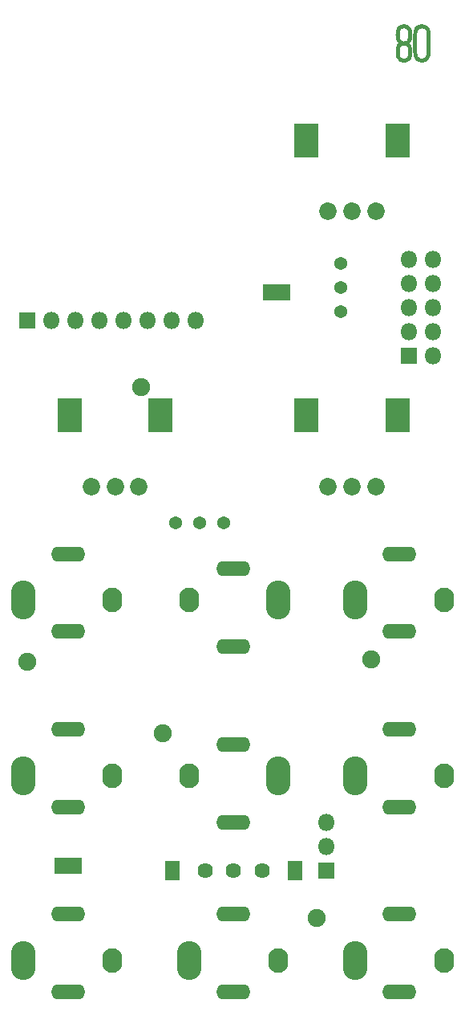
<source format=gts>
G04 #@! TF.FileFunction,Soldermask,Top*
%FSLAX46Y46*%
G04 Gerber Fmt 4.6, Leading zero omitted, Abs format (unit mm)*
G04 Created by KiCad (PCBNEW 4.0.2-stable) date 2019-03-28 2:43:53 PM*
%MOMM*%
G01*
G04 APERTURE LIST*
%ADD10C,0.200000*%
%ADD11C,0.010000*%
%ADD12R,1.800000X1.800000*%
%ADD13O,1.800000X1.800000*%
%ADD14O,2.600000X4.100000*%
%ADD15O,2.100000X2.600000*%
%ADD16O,3.600000X1.600000*%
%ADD17C,1.624000*%
%ADD18R,1.600000X2.100000*%
%ADD19R,2.900000X1.700000*%
%ADD20C,1.900000*%
%ADD21C,1.370000*%
%ADD22R,2.600000X3.600000*%
%ADD23C,1.850000*%
G04 APERTURE END LIST*
D10*
D11*
G36*
X134052528Y-39047199D02*
X134162340Y-39062043D01*
X134265105Y-39088060D01*
X134357269Y-39125305D01*
X134358524Y-39125935D01*
X134449825Y-39180600D01*
X134529712Y-39247128D01*
X134598430Y-39326004D01*
X134656225Y-39417710D01*
X134703343Y-39522730D01*
X134740032Y-39641547D01*
X134766536Y-39774646D01*
X134783102Y-39922509D01*
X134785918Y-39965284D01*
X134789195Y-40066929D01*
X134788210Y-40174115D01*
X134783231Y-40280877D01*
X134774528Y-40381252D01*
X134763419Y-40463101D01*
X134750257Y-40527333D01*
X134731843Y-40597076D01*
X134709973Y-40666693D01*
X134686442Y-40730549D01*
X134663044Y-40783010D01*
X134659148Y-40790502D01*
X134636707Y-40828643D01*
X134608698Y-40870669D01*
X134578428Y-40912131D01*
X134549201Y-40948584D01*
X134524324Y-40975583D01*
X134516083Y-40982940D01*
X134491679Y-41002647D01*
X134531319Y-41044413D01*
X134603481Y-41133535D01*
X134663961Y-41236526D01*
X134712750Y-41353361D01*
X134749837Y-41484018D01*
X134764447Y-41557139D01*
X134775997Y-41642313D01*
X134783805Y-41740171D01*
X134787870Y-41845785D01*
X134788193Y-41954227D01*
X134784774Y-42060569D01*
X134777613Y-42159884D01*
X134766711Y-42247244D01*
X134764399Y-42261051D01*
X134733958Y-42395825D01*
X134692321Y-42516348D01*
X134639433Y-42622687D01*
X134575238Y-42714911D01*
X134499682Y-42793087D01*
X134412709Y-42857282D01*
X134314264Y-42907566D01*
X134210464Y-42942406D01*
X134161932Y-42951909D01*
X134100275Y-42959111D01*
X134030382Y-42963881D01*
X133957140Y-42966084D01*
X133885438Y-42965587D01*
X133820165Y-42962258D01*
X133766208Y-42955964D01*
X133759070Y-42954695D01*
X133644854Y-42925891D01*
X133542477Y-42884594D01*
X133451646Y-42830441D01*
X133372074Y-42763073D01*
X133303468Y-42682127D01*
X133245539Y-42587241D01*
X133197997Y-42478055D01*
X133160552Y-42354206D01*
X133132913Y-42215333D01*
X133125834Y-42165679D01*
X133121405Y-42118572D01*
X133118203Y-42057908D01*
X133116229Y-41988091D01*
X133116052Y-41970338D01*
X133462994Y-41970338D01*
X133464663Y-42044368D01*
X133468255Y-42109776D01*
X133473859Y-42162746D01*
X133474297Y-42165679D01*
X133496218Y-42275545D01*
X133526362Y-42369488D01*
X133565321Y-42448044D01*
X133613685Y-42511750D01*
X133672048Y-42561142D01*
X133740999Y-42596757D01*
X133821131Y-42619131D01*
X133913035Y-42628800D01*
X133984406Y-42628309D01*
X134040397Y-42623751D01*
X134093325Y-42615836D01*
X134134085Y-42606149D01*
X134204481Y-42578111D01*
X134263284Y-42540266D01*
X134311995Y-42490912D01*
X134352115Y-42428346D01*
X134385145Y-42350866D01*
X134399855Y-42304674D01*
X134415384Y-42243188D01*
X134426978Y-42178073D01*
X134434992Y-42105938D01*
X134439778Y-42023394D01*
X134441690Y-41927048D01*
X134441760Y-41902369D01*
X134438698Y-41768556D01*
X134429185Y-41650926D01*
X134412799Y-41548550D01*
X134389119Y-41460502D01*
X134357722Y-41385851D01*
X134318186Y-41323669D01*
X134270090Y-41273029D01*
X134213012Y-41233001D01*
X134146530Y-41202657D01*
X134119750Y-41193784D01*
X134069437Y-41183303D01*
X134007598Y-41177562D01*
X133940205Y-41176501D01*
X133873229Y-41180061D01*
X133812640Y-41188181D01*
X133774915Y-41197249D01*
X133701770Y-41227769D01*
X133639131Y-41271192D01*
X133586409Y-41328264D01*
X133543015Y-41399726D01*
X133508360Y-41486324D01*
X133488396Y-41558854D01*
X133480389Y-41604459D01*
X133473774Y-41664344D01*
X133468638Y-41734690D01*
X133465070Y-41811683D01*
X133463159Y-41891505D01*
X133462994Y-41970338D01*
X133116052Y-41970338D01*
X133115484Y-41913529D01*
X133115969Y-41838630D01*
X133117685Y-41767798D01*
X133120632Y-41705442D01*
X133124813Y-41655968D01*
X133125718Y-41648607D01*
X133150250Y-41504562D01*
X133184094Y-41375862D01*
X133227373Y-41262207D01*
X133280209Y-41163301D01*
X133342724Y-41078844D01*
X133371790Y-41047714D01*
X133410293Y-41009250D01*
X133369972Y-40966072D01*
X133305646Y-40887761D01*
X133251375Y-40800779D01*
X133206665Y-40703714D01*
X133171021Y-40595158D01*
X133143952Y-40473701D01*
X133124962Y-40337932D01*
X133116829Y-40242999D01*
X133113970Y-40164923D01*
X133462486Y-40164923D01*
X133463701Y-40237316D01*
X133466821Y-40300963D01*
X133470926Y-40344282D01*
X133488539Y-40447939D01*
X133513592Y-40540351D01*
X133545426Y-40619597D01*
X133583383Y-40683757D01*
X133590458Y-40693103D01*
X133633743Y-40735681D01*
X133690749Y-40772936D01*
X133757347Y-40802776D01*
X133829406Y-40823113D01*
X133856679Y-40827818D01*
X133910740Y-40832035D01*
X133973929Y-40831650D01*
X134038502Y-40827086D01*
X134096715Y-40818763D01*
X134120417Y-40813481D01*
X134193147Y-40787839D01*
X134254544Y-40751077D01*
X134305824Y-40701865D01*
X134348207Y-40638874D01*
X134382911Y-40560775D01*
X134399894Y-40508396D01*
X134415415Y-40446919D01*
X134427003Y-40381776D01*
X134435010Y-40309580D01*
X134439789Y-40226949D01*
X134441692Y-40130496D01*
X134441760Y-40106226D01*
X134440721Y-40012517D01*
X134437326Y-39932985D01*
X134431208Y-39863775D01*
X134422002Y-39801032D01*
X134409340Y-39740899D01*
X134405567Y-39725725D01*
X134376062Y-39634474D01*
X134337679Y-39558527D01*
X134289568Y-39497241D01*
X134230878Y-39449975D01*
X134160758Y-39416087D01*
X134078359Y-39394934D01*
X133982828Y-39385876D01*
X133954643Y-39385420D01*
X133882977Y-39387438D01*
X133823536Y-39394412D01*
X133770833Y-39407377D01*
X133719380Y-39427364D01*
X133710727Y-39431363D01*
X133648545Y-39470609D01*
X133594397Y-39525629D01*
X133548771Y-39595700D01*
X133512152Y-39680098D01*
X133488660Y-39761750D01*
X133480898Y-39806050D01*
X133474340Y-39864624D01*
X133469103Y-39933634D01*
X133465304Y-40009246D01*
X133463059Y-40087621D01*
X133462486Y-40164923D01*
X133113970Y-40164923D01*
X133112510Y-40125085D01*
X133114833Y-40004565D01*
X133123398Y-39885382D01*
X133137804Y-39771481D01*
X133157650Y-39666807D01*
X133182536Y-39575304D01*
X133185582Y-39566160D01*
X133212708Y-39496259D01*
X133245776Y-39426473D01*
X133281417Y-39363514D01*
X133304332Y-39329481D01*
X133344155Y-39282236D01*
X133394108Y-39233347D01*
X133448474Y-39187821D01*
X133501535Y-39150665D01*
X133522182Y-39138693D01*
X133613908Y-39098480D01*
X133716360Y-39069170D01*
X133825983Y-39050817D01*
X133939224Y-39043476D01*
X134052528Y-39047199D01*
X134052528Y-39047199D01*
G37*
X134052528Y-39047199D02*
X134162340Y-39062043D01*
X134265105Y-39088060D01*
X134357269Y-39125305D01*
X134358524Y-39125935D01*
X134449825Y-39180600D01*
X134529712Y-39247128D01*
X134598430Y-39326004D01*
X134656225Y-39417710D01*
X134703343Y-39522730D01*
X134740032Y-39641547D01*
X134766536Y-39774646D01*
X134783102Y-39922509D01*
X134785918Y-39965284D01*
X134789195Y-40066929D01*
X134788210Y-40174115D01*
X134783231Y-40280877D01*
X134774528Y-40381252D01*
X134763419Y-40463101D01*
X134750257Y-40527333D01*
X134731843Y-40597076D01*
X134709973Y-40666693D01*
X134686442Y-40730549D01*
X134663044Y-40783010D01*
X134659148Y-40790502D01*
X134636707Y-40828643D01*
X134608698Y-40870669D01*
X134578428Y-40912131D01*
X134549201Y-40948584D01*
X134524324Y-40975583D01*
X134516083Y-40982940D01*
X134491679Y-41002647D01*
X134531319Y-41044413D01*
X134603481Y-41133535D01*
X134663961Y-41236526D01*
X134712750Y-41353361D01*
X134749837Y-41484018D01*
X134764447Y-41557139D01*
X134775997Y-41642313D01*
X134783805Y-41740171D01*
X134787870Y-41845785D01*
X134788193Y-41954227D01*
X134784774Y-42060569D01*
X134777613Y-42159884D01*
X134766711Y-42247244D01*
X134764399Y-42261051D01*
X134733958Y-42395825D01*
X134692321Y-42516348D01*
X134639433Y-42622687D01*
X134575238Y-42714911D01*
X134499682Y-42793087D01*
X134412709Y-42857282D01*
X134314264Y-42907566D01*
X134210464Y-42942406D01*
X134161932Y-42951909D01*
X134100275Y-42959111D01*
X134030382Y-42963881D01*
X133957140Y-42966084D01*
X133885438Y-42965587D01*
X133820165Y-42962258D01*
X133766208Y-42955964D01*
X133759070Y-42954695D01*
X133644854Y-42925891D01*
X133542477Y-42884594D01*
X133451646Y-42830441D01*
X133372074Y-42763073D01*
X133303468Y-42682127D01*
X133245539Y-42587241D01*
X133197997Y-42478055D01*
X133160552Y-42354206D01*
X133132913Y-42215333D01*
X133125834Y-42165679D01*
X133121405Y-42118572D01*
X133118203Y-42057908D01*
X133116229Y-41988091D01*
X133116052Y-41970338D01*
X133462994Y-41970338D01*
X133464663Y-42044368D01*
X133468255Y-42109776D01*
X133473859Y-42162746D01*
X133474297Y-42165679D01*
X133496218Y-42275545D01*
X133526362Y-42369488D01*
X133565321Y-42448044D01*
X133613685Y-42511750D01*
X133672048Y-42561142D01*
X133740999Y-42596757D01*
X133821131Y-42619131D01*
X133913035Y-42628800D01*
X133984406Y-42628309D01*
X134040397Y-42623751D01*
X134093325Y-42615836D01*
X134134085Y-42606149D01*
X134204481Y-42578111D01*
X134263284Y-42540266D01*
X134311995Y-42490912D01*
X134352115Y-42428346D01*
X134385145Y-42350866D01*
X134399855Y-42304674D01*
X134415384Y-42243188D01*
X134426978Y-42178073D01*
X134434992Y-42105938D01*
X134439778Y-42023394D01*
X134441690Y-41927048D01*
X134441760Y-41902369D01*
X134438698Y-41768556D01*
X134429185Y-41650926D01*
X134412799Y-41548550D01*
X134389119Y-41460502D01*
X134357722Y-41385851D01*
X134318186Y-41323669D01*
X134270090Y-41273029D01*
X134213012Y-41233001D01*
X134146530Y-41202657D01*
X134119750Y-41193784D01*
X134069437Y-41183303D01*
X134007598Y-41177562D01*
X133940205Y-41176501D01*
X133873229Y-41180061D01*
X133812640Y-41188181D01*
X133774915Y-41197249D01*
X133701770Y-41227769D01*
X133639131Y-41271192D01*
X133586409Y-41328264D01*
X133543015Y-41399726D01*
X133508360Y-41486324D01*
X133488396Y-41558854D01*
X133480389Y-41604459D01*
X133473774Y-41664344D01*
X133468638Y-41734690D01*
X133465070Y-41811683D01*
X133463159Y-41891505D01*
X133462994Y-41970338D01*
X133116052Y-41970338D01*
X133115484Y-41913529D01*
X133115969Y-41838630D01*
X133117685Y-41767798D01*
X133120632Y-41705442D01*
X133124813Y-41655968D01*
X133125718Y-41648607D01*
X133150250Y-41504562D01*
X133184094Y-41375862D01*
X133227373Y-41262207D01*
X133280209Y-41163301D01*
X133342724Y-41078844D01*
X133371790Y-41047714D01*
X133410293Y-41009250D01*
X133369972Y-40966072D01*
X133305646Y-40887761D01*
X133251375Y-40800779D01*
X133206665Y-40703714D01*
X133171021Y-40595158D01*
X133143952Y-40473701D01*
X133124962Y-40337932D01*
X133116829Y-40242999D01*
X133113970Y-40164923D01*
X133462486Y-40164923D01*
X133463701Y-40237316D01*
X133466821Y-40300963D01*
X133470926Y-40344282D01*
X133488539Y-40447939D01*
X133513592Y-40540351D01*
X133545426Y-40619597D01*
X133583383Y-40683757D01*
X133590458Y-40693103D01*
X133633743Y-40735681D01*
X133690749Y-40772936D01*
X133757347Y-40802776D01*
X133829406Y-40823113D01*
X133856679Y-40827818D01*
X133910740Y-40832035D01*
X133973929Y-40831650D01*
X134038502Y-40827086D01*
X134096715Y-40818763D01*
X134120417Y-40813481D01*
X134193147Y-40787839D01*
X134254544Y-40751077D01*
X134305824Y-40701865D01*
X134348207Y-40638874D01*
X134382911Y-40560775D01*
X134399894Y-40508396D01*
X134415415Y-40446919D01*
X134427003Y-40381776D01*
X134435010Y-40309580D01*
X134439789Y-40226949D01*
X134441692Y-40130496D01*
X134441760Y-40106226D01*
X134440721Y-40012517D01*
X134437326Y-39932985D01*
X134431208Y-39863775D01*
X134422002Y-39801032D01*
X134409340Y-39740899D01*
X134405567Y-39725725D01*
X134376062Y-39634474D01*
X134337679Y-39558527D01*
X134289568Y-39497241D01*
X134230878Y-39449975D01*
X134160758Y-39416087D01*
X134078359Y-39394934D01*
X133982828Y-39385876D01*
X133954643Y-39385420D01*
X133882977Y-39387438D01*
X133823536Y-39394412D01*
X133770833Y-39407377D01*
X133719380Y-39427364D01*
X133710727Y-39431363D01*
X133648545Y-39470609D01*
X133594397Y-39525629D01*
X133548771Y-39595700D01*
X133512152Y-39680098D01*
X133488660Y-39761750D01*
X133480898Y-39806050D01*
X133474340Y-39864624D01*
X133469103Y-39933634D01*
X133465304Y-40009246D01*
X133463059Y-40087621D01*
X133462486Y-40164923D01*
X133113970Y-40164923D01*
X133112510Y-40125085D01*
X133114833Y-40004565D01*
X133123398Y-39885382D01*
X133137804Y-39771481D01*
X133157650Y-39666807D01*
X133182536Y-39575304D01*
X133185582Y-39566160D01*
X133212708Y-39496259D01*
X133245776Y-39426473D01*
X133281417Y-39363514D01*
X133304332Y-39329481D01*
X133344155Y-39282236D01*
X133394108Y-39233347D01*
X133448474Y-39187821D01*
X133501535Y-39150665D01*
X133522182Y-39138693D01*
X133613908Y-39098480D01*
X133716360Y-39069170D01*
X133825983Y-39050817D01*
X133939224Y-39043476D01*
X134052528Y-39047199D01*
G36*
X135896670Y-39046936D02*
X135965612Y-39050736D01*
X136027929Y-39056912D01*
X136078714Y-39065365D01*
X136081169Y-39065916D01*
X136198194Y-39100683D01*
X136303488Y-39148945D01*
X136397117Y-39210793D01*
X136479147Y-39286324D01*
X136549644Y-39375629D01*
X136608676Y-39478803D01*
X136656309Y-39595940D01*
X136692608Y-39727134D01*
X136717640Y-39872477D01*
X136728339Y-39980522D01*
X136730184Y-40017016D01*
X136731748Y-40071567D01*
X136733029Y-40144091D01*
X136734027Y-40234506D01*
X136734741Y-40342727D01*
X136735173Y-40468672D01*
X136735319Y-40612256D01*
X136735182Y-40773397D01*
X136734759Y-40952011D01*
X136734227Y-41104321D01*
X136733581Y-41262414D01*
X136732942Y-41403435D01*
X136732290Y-41528459D01*
X136731609Y-41638558D01*
X136730878Y-41734803D01*
X136730079Y-41818269D01*
X136729193Y-41890026D01*
X136728202Y-41951148D01*
X136727086Y-42002707D01*
X136725828Y-42045775D01*
X136724407Y-42081425D01*
X136722806Y-42110730D01*
X136721006Y-42134762D01*
X136718987Y-42154593D01*
X136716732Y-42171296D01*
X136715428Y-42179286D01*
X136690668Y-42301126D01*
X136660705Y-42407799D01*
X136624382Y-42501821D01*
X136580540Y-42585712D01*
X136528021Y-42661990D01*
X136465668Y-42733172D01*
X136456445Y-42742516D01*
X136376611Y-42813160D01*
X136291764Y-42869644D01*
X136200053Y-42912642D01*
X136099626Y-42942824D01*
X135988629Y-42960862D01*
X135865211Y-42967426D01*
X135835862Y-42967394D01*
X135786499Y-42966272D01*
X135737808Y-42964083D01*
X135695969Y-42961163D01*
X135670964Y-42958439D01*
X135571714Y-42936623D01*
X135472716Y-42900898D01*
X135379523Y-42853655D01*
X135298674Y-42798085D01*
X135217189Y-42720834D01*
X135146632Y-42629168D01*
X135086992Y-42523063D01*
X135038257Y-42402496D01*
X135000413Y-42267441D01*
X134984481Y-42188357D01*
X134982611Y-42174379D01*
X134980932Y-42154149D01*
X134979437Y-42126790D01*
X134978115Y-42091424D01*
X134976957Y-42047170D01*
X134975956Y-41993152D01*
X134975101Y-41928490D01*
X134974384Y-41852306D01*
X134973796Y-41763721D01*
X134973328Y-41661857D01*
X134972970Y-41545835D01*
X134972715Y-41414777D01*
X134972553Y-41267804D01*
X134972475Y-41104037D01*
X134972466Y-41017715D01*
X135303339Y-41017715D01*
X135303397Y-41141733D01*
X135303596Y-41264039D01*
X135303936Y-41383105D01*
X135304419Y-41497404D01*
X135305044Y-41605411D01*
X135305811Y-41705598D01*
X135306722Y-41796439D01*
X135307776Y-41876408D01*
X135308973Y-41943977D01*
X135310315Y-41997620D01*
X135311801Y-42035810D01*
X135313031Y-42053592D01*
X135330534Y-42175636D01*
X135357098Y-42282218D01*
X135393051Y-42373776D01*
X135438720Y-42450750D01*
X135494433Y-42513582D01*
X135560518Y-42562709D01*
X135637302Y-42598573D01*
X135725112Y-42621613D01*
X135737821Y-42623763D01*
X135799800Y-42629351D01*
X135869938Y-42628784D01*
X135941229Y-42622586D01*
X136006670Y-42611279D01*
X136044451Y-42600873D01*
X136120711Y-42568185D01*
X136186183Y-42524423D01*
X136241594Y-42468565D01*
X136287671Y-42399590D01*
X136325141Y-42316477D01*
X136354730Y-42218203D01*
X136370712Y-42142242D01*
X136373243Y-42126744D01*
X136375502Y-42109141D01*
X136377509Y-42088316D01*
X136379285Y-42063149D01*
X136380851Y-42032524D01*
X136382228Y-41995323D01*
X136383437Y-41950426D01*
X136384500Y-41896718D01*
X136385437Y-41833078D01*
X136386268Y-41758391D01*
X136387016Y-41671537D01*
X136387701Y-41571399D01*
X136388344Y-41456859D01*
X136388966Y-41326799D01*
X136389589Y-41180100D01*
X136389808Y-41125257D01*
X136390421Y-40948781D01*
X136390782Y-40789445D01*
X136390871Y-40646248D01*
X136390664Y-40518190D01*
X136390141Y-40404269D01*
X136389279Y-40303484D01*
X136388057Y-40214834D01*
X136386453Y-40137319D01*
X136384445Y-40069936D01*
X136382011Y-40011685D01*
X136379130Y-39961565D01*
X136375779Y-39918575D01*
X136371938Y-39881714D01*
X136367584Y-39849980D01*
X136362696Y-39822374D01*
X136361326Y-39815710D01*
X136334128Y-39713582D01*
X136298622Y-39626917D01*
X136253988Y-39554652D01*
X136199404Y-39495724D01*
X136134050Y-39449070D01*
X136057104Y-39413626D01*
X136048414Y-39410545D01*
X136023305Y-39402528D01*
X135999374Y-39396894D01*
X135972676Y-39393256D01*
X135939269Y-39391226D01*
X135895209Y-39390419D01*
X135843322Y-39390416D01*
X135785957Y-39390950D01*
X135742928Y-39392271D01*
X135710433Y-39394771D01*
X135684667Y-39398842D01*
X135661829Y-39404875D01*
X135644475Y-39410869D01*
X135582955Y-39437082D01*
X135532870Y-39467224D01*
X135487518Y-39505624D01*
X135469866Y-39523560D01*
X135420414Y-39587079D01*
X135380088Y-39663751D01*
X135348585Y-39754409D01*
X135325599Y-39859887D01*
X135313530Y-39951558D01*
X135311921Y-39977058D01*
X135310449Y-40019164D01*
X135309115Y-40076349D01*
X135307918Y-40147088D01*
X135306859Y-40229853D01*
X135305938Y-40323118D01*
X135305156Y-40425357D01*
X135304513Y-40535041D01*
X135304010Y-40650646D01*
X135303646Y-40770645D01*
X135303422Y-40893509D01*
X135303339Y-41017715D01*
X134972466Y-41017715D01*
X134972464Y-41009071D01*
X134972458Y-40837467D01*
X134972469Y-40682957D01*
X134972548Y-40544496D01*
X134972742Y-40421034D01*
X134973099Y-40311525D01*
X134973667Y-40214921D01*
X134974496Y-40130174D01*
X134975633Y-40056237D01*
X134977126Y-39992062D01*
X134979025Y-39936601D01*
X134981376Y-39888808D01*
X134984229Y-39847634D01*
X134987631Y-39812032D01*
X134991632Y-39780955D01*
X134996279Y-39753354D01*
X135001620Y-39728182D01*
X135007704Y-39704391D01*
X135014579Y-39680935D01*
X135022294Y-39656765D01*
X135030896Y-39630834D01*
X135036811Y-39613067D01*
X135084087Y-39493367D01*
X135141892Y-39388342D01*
X135210694Y-39297570D01*
X135290964Y-39220627D01*
X135383169Y-39157091D01*
X135487779Y-39106538D01*
X135605263Y-39068546D01*
X135652822Y-39057432D01*
X135699180Y-39050759D01*
X135758546Y-39046850D01*
X135826012Y-39045608D01*
X135896670Y-39046936D01*
X135896670Y-39046936D01*
G37*
X135896670Y-39046936D02*
X135965612Y-39050736D01*
X136027929Y-39056912D01*
X136078714Y-39065365D01*
X136081169Y-39065916D01*
X136198194Y-39100683D01*
X136303488Y-39148945D01*
X136397117Y-39210793D01*
X136479147Y-39286324D01*
X136549644Y-39375629D01*
X136608676Y-39478803D01*
X136656309Y-39595940D01*
X136692608Y-39727134D01*
X136717640Y-39872477D01*
X136728339Y-39980522D01*
X136730184Y-40017016D01*
X136731748Y-40071567D01*
X136733029Y-40144091D01*
X136734027Y-40234506D01*
X136734741Y-40342727D01*
X136735173Y-40468672D01*
X136735319Y-40612256D01*
X136735182Y-40773397D01*
X136734759Y-40952011D01*
X136734227Y-41104321D01*
X136733581Y-41262414D01*
X136732942Y-41403435D01*
X136732290Y-41528459D01*
X136731609Y-41638558D01*
X136730878Y-41734803D01*
X136730079Y-41818269D01*
X136729193Y-41890026D01*
X136728202Y-41951148D01*
X136727086Y-42002707D01*
X136725828Y-42045775D01*
X136724407Y-42081425D01*
X136722806Y-42110730D01*
X136721006Y-42134762D01*
X136718987Y-42154593D01*
X136716732Y-42171296D01*
X136715428Y-42179286D01*
X136690668Y-42301126D01*
X136660705Y-42407799D01*
X136624382Y-42501821D01*
X136580540Y-42585712D01*
X136528021Y-42661990D01*
X136465668Y-42733172D01*
X136456445Y-42742516D01*
X136376611Y-42813160D01*
X136291764Y-42869644D01*
X136200053Y-42912642D01*
X136099626Y-42942824D01*
X135988629Y-42960862D01*
X135865211Y-42967426D01*
X135835862Y-42967394D01*
X135786499Y-42966272D01*
X135737808Y-42964083D01*
X135695969Y-42961163D01*
X135670964Y-42958439D01*
X135571714Y-42936623D01*
X135472716Y-42900898D01*
X135379523Y-42853655D01*
X135298674Y-42798085D01*
X135217189Y-42720834D01*
X135146632Y-42629168D01*
X135086992Y-42523063D01*
X135038257Y-42402496D01*
X135000413Y-42267441D01*
X134984481Y-42188357D01*
X134982611Y-42174379D01*
X134980932Y-42154149D01*
X134979437Y-42126790D01*
X134978115Y-42091424D01*
X134976957Y-42047170D01*
X134975956Y-41993152D01*
X134975101Y-41928490D01*
X134974384Y-41852306D01*
X134973796Y-41763721D01*
X134973328Y-41661857D01*
X134972970Y-41545835D01*
X134972715Y-41414777D01*
X134972553Y-41267804D01*
X134972475Y-41104037D01*
X134972466Y-41017715D01*
X135303339Y-41017715D01*
X135303397Y-41141733D01*
X135303596Y-41264039D01*
X135303936Y-41383105D01*
X135304419Y-41497404D01*
X135305044Y-41605411D01*
X135305811Y-41705598D01*
X135306722Y-41796439D01*
X135307776Y-41876408D01*
X135308973Y-41943977D01*
X135310315Y-41997620D01*
X135311801Y-42035810D01*
X135313031Y-42053592D01*
X135330534Y-42175636D01*
X135357098Y-42282218D01*
X135393051Y-42373776D01*
X135438720Y-42450750D01*
X135494433Y-42513582D01*
X135560518Y-42562709D01*
X135637302Y-42598573D01*
X135725112Y-42621613D01*
X135737821Y-42623763D01*
X135799800Y-42629351D01*
X135869938Y-42628784D01*
X135941229Y-42622586D01*
X136006670Y-42611279D01*
X136044451Y-42600873D01*
X136120711Y-42568185D01*
X136186183Y-42524423D01*
X136241594Y-42468565D01*
X136287671Y-42399590D01*
X136325141Y-42316477D01*
X136354730Y-42218203D01*
X136370712Y-42142242D01*
X136373243Y-42126744D01*
X136375502Y-42109141D01*
X136377509Y-42088316D01*
X136379285Y-42063149D01*
X136380851Y-42032524D01*
X136382228Y-41995323D01*
X136383437Y-41950426D01*
X136384500Y-41896718D01*
X136385437Y-41833078D01*
X136386268Y-41758391D01*
X136387016Y-41671537D01*
X136387701Y-41571399D01*
X136388344Y-41456859D01*
X136388966Y-41326799D01*
X136389589Y-41180100D01*
X136389808Y-41125257D01*
X136390421Y-40948781D01*
X136390782Y-40789445D01*
X136390871Y-40646248D01*
X136390664Y-40518190D01*
X136390141Y-40404269D01*
X136389279Y-40303484D01*
X136388057Y-40214834D01*
X136386453Y-40137319D01*
X136384445Y-40069936D01*
X136382011Y-40011685D01*
X136379130Y-39961565D01*
X136375779Y-39918575D01*
X136371938Y-39881714D01*
X136367584Y-39849980D01*
X136362696Y-39822374D01*
X136361326Y-39815710D01*
X136334128Y-39713582D01*
X136298622Y-39626917D01*
X136253988Y-39554652D01*
X136199404Y-39495724D01*
X136134050Y-39449070D01*
X136057104Y-39413626D01*
X136048414Y-39410545D01*
X136023305Y-39402528D01*
X135999374Y-39396894D01*
X135972676Y-39393256D01*
X135939269Y-39391226D01*
X135895209Y-39390419D01*
X135843322Y-39390416D01*
X135785957Y-39390950D01*
X135742928Y-39392271D01*
X135710433Y-39394771D01*
X135684667Y-39398842D01*
X135661829Y-39404875D01*
X135644475Y-39410869D01*
X135582955Y-39437082D01*
X135532870Y-39467224D01*
X135487518Y-39505624D01*
X135469866Y-39523560D01*
X135420414Y-39587079D01*
X135380088Y-39663751D01*
X135348585Y-39754409D01*
X135325599Y-39859887D01*
X135313530Y-39951558D01*
X135311921Y-39977058D01*
X135310449Y-40019164D01*
X135309115Y-40076349D01*
X135307918Y-40147088D01*
X135306859Y-40229853D01*
X135305938Y-40323118D01*
X135305156Y-40425357D01*
X135304513Y-40535041D01*
X135304010Y-40650646D01*
X135303646Y-40770645D01*
X135303422Y-40893509D01*
X135303339Y-41017715D01*
X134972466Y-41017715D01*
X134972464Y-41009071D01*
X134972458Y-40837467D01*
X134972469Y-40682957D01*
X134972548Y-40544496D01*
X134972742Y-40421034D01*
X134973099Y-40311525D01*
X134973667Y-40214921D01*
X134974496Y-40130174D01*
X134975633Y-40056237D01*
X134977126Y-39992062D01*
X134979025Y-39936601D01*
X134981376Y-39888808D01*
X134984229Y-39847634D01*
X134987631Y-39812032D01*
X134991632Y-39780955D01*
X134996279Y-39753354D01*
X135001620Y-39728182D01*
X135007704Y-39704391D01*
X135014579Y-39680935D01*
X135022294Y-39656765D01*
X135030896Y-39630834D01*
X135036811Y-39613067D01*
X135084087Y-39493367D01*
X135141892Y-39388342D01*
X135210694Y-39297570D01*
X135290964Y-39220627D01*
X135383169Y-39157091D01*
X135487779Y-39106538D01*
X135605263Y-39068546D01*
X135652822Y-39057432D01*
X135699180Y-39050759D01*
X135758546Y-39046850D01*
X135826012Y-39045608D01*
X135896670Y-39046936D01*
D12*
X94220000Y-70250000D03*
D13*
X96760000Y-70250000D03*
X99300000Y-70250000D03*
X101840000Y-70250000D03*
X104380000Y-70250000D03*
X106920000Y-70250000D03*
X109460000Y-70250000D03*
X112000000Y-70250000D03*
D14*
X120700000Y-118250000D03*
D15*
X111300000Y-118250000D03*
D16*
X116000000Y-123150000D03*
X116000000Y-114950000D03*
D14*
X93800000Y-99750000D03*
D15*
X103200000Y-99750000D03*
D16*
X98500000Y-94850000D03*
X98500000Y-103050000D03*
D14*
X120700000Y-99750000D03*
D15*
X111300000Y-99750000D03*
D16*
X116000000Y-104650000D03*
X116000000Y-96450000D03*
D14*
X128800000Y-99750000D03*
D15*
X138200000Y-99750000D03*
D16*
X133500000Y-94850000D03*
X133500000Y-103050000D03*
D14*
X93800000Y-118250000D03*
D15*
X103200000Y-118250000D03*
D16*
X98500000Y-113350000D03*
X98500000Y-121550000D03*
D14*
X128800000Y-118250000D03*
D15*
X138200000Y-118250000D03*
D16*
X133500000Y-113350000D03*
X133500000Y-121550000D03*
D14*
X128800000Y-137750000D03*
D15*
X138200000Y-137750000D03*
D16*
X133500000Y-132850000D03*
X133500000Y-141050000D03*
D14*
X93800000Y-137750000D03*
D15*
X103200000Y-137750000D03*
D16*
X98500000Y-132850000D03*
X98500000Y-141050000D03*
D14*
X111300000Y-137750000D03*
D15*
X120700000Y-137750000D03*
D16*
X116000000Y-132850000D03*
X116000000Y-141050000D03*
D12*
X134500000Y-74000000D03*
D13*
X137040000Y-74000000D03*
X134500000Y-71460000D03*
X137040000Y-71460000D03*
X134500000Y-68920000D03*
X137040000Y-68920000D03*
X134500000Y-66380000D03*
X137040000Y-66380000D03*
X134500000Y-63840000D03*
X137040000Y-63840000D03*
D12*
X125750000Y-128250000D03*
D13*
X125750000Y-125710000D03*
X125750000Y-123170000D03*
D17*
X119000000Y-128250000D03*
X116000000Y-128250000D03*
X113000000Y-128250000D03*
D18*
X122500000Y-128250000D03*
X109500000Y-128250000D03*
D19*
X120500000Y-67250000D03*
X98500000Y-127750000D03*
D20*
X106250000Y-77250000D03*
X130500000Y-106000000D03*
X94250000Y-106250000D03*
X124750000Y-133250000D03*
X108500000Y-113750000D03*
D21*
X127300000Y-66800000D03*
X127300000Y-69340000D03*
X127300000Y-64260000D03*
X112400000Y-91550000D03*
X109860000Y-91550000D03*
X114940000Y-91550000D03*
D22*
X133300000Y-80250000D03*
X123700000Y-80250000D03*
D23*
X131000000Y-87750000D03*
X128500000Y-87750000D03*
X126000000Y-87750000D03*
D22*
X108300000Y-80250000D03*
X98700000Y-80250000D03*
D23*
X106000000Y-87750000D03*
X103500000Y-87750000D03*
X101000000Y-87750000D03*
D22*
X133300000Y-51250000D03*
X123700000Y-51250000D03*
D23*
X131000000Y-58750000D03*
X128500000Y-58750000D03*
X126000000Y-58750000D03*
M02*

</source>
